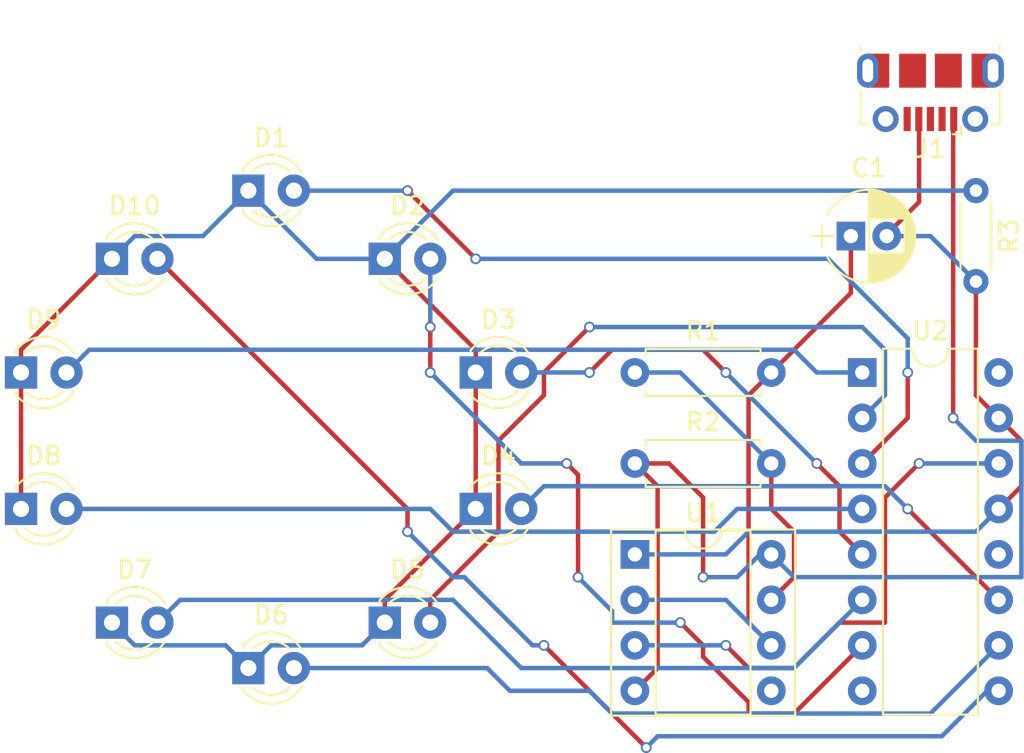
<source format=kicad_pcb>
(kicad_pcb (version 4) (host pcbnew 4.0.7-e2-6376~58~ubuntu16.04.1)

  (general
    (links 34)
    (no_connects 0)
    (area 131.974999 83.205 189.625 125.895002)
    (thickness 1.6)
    (drawings 0)
    (tracks 170)
    (zones 0)
    (modules 17)
    (nets 24)
  )

  (page A4)
  (layers
    (0 F.Cu signal)
    (31 B.Cu signal)
    (32 B.Adhes user)
    (33 F.Adhes user)
    (34 B.Paste user)
    (35 F.Paste user)
    (36 B.SilkS user)
    (37 F.SilkS user)
    (38 B.Mask user)
    (39 F.Mask user)
    (40 Dwgs.User user)
    (41 Cmts.User user)
    (42 Eco1.User user)
    (43 Eco2.User user)
    (44 Edge.Cuts user)
    (45 Margin user)
    (46 B.CrtYd user)
    (47 F.CrtYd user)
    (48 B.Fab user)
    (49 F.Fab user)
  )

  (setup
    (last_trace_width 0.25)
    (trace_clearance 0.2)
    (zone_clearance 0.508)
    (zone_45_only no)
    (trace_min 0.2)
    (segment_width 0.2)
    (edge_width 0.15)
    (via_size 0.6)
    (via_drill 0.4)
    (via_min_size 0.4)
    (via_min_drill 0.3)
    (uvia_size 0.3)
    (uvia_drill 0.1)
    (uvias_allowed no)
    (uvia_min_size 0.2)
    (uvia_min_drill 0.1)
    (pcb_text_width 0.3)
    (pcb_text_size 1.5 1.5)
    (mod_edge_width 0.15)
    (mod_text_size 1 1)
    (mod_text_width 0.15)
    (pad_size 1.524 1.524)
    (pad_drill 0.762)
    (pad_to_mask_clearance 0.2)
    (aux_axis_origin 0 0)
    (visible_elements FFFFFF7F)
    (pcbplotparams
      (layerselection 0x00030_80000001)
      (usegerberextensions false)
      (excludeedgelayer true)
      (linewidth 0.100000)
      (plotframeref false)
      (viasonmask false)
      (mode 1)
      (useauxorigin false)
      (hpglpennumber 1)
      (hpglpenspeed 20)
      (hpglpendiameter 15)
      (hpglpenoverlay 2)
      (psnegative false)
      (psa4output false)
      (plotreference true)
      (plotvalue true)
      (plotinvisibletext false)
      (padsonsilk false)
      (subtractmaskfromsilk false)
      (outputformat 1)
      (mirror false)
      (drillshape 1)
      (scaleselection 1)
      (outputdirectory ""))
  )

  (net 0 "")
  (net 1 "Net-(C1-Pad1)")
  (net 2 "Net-(D1-Pad1)")
  (net 3 "Net-(D1-Pad2)")
  (net 4 "Net-(D2-Pad2)")
  (net 5 "Net-(D3-Pad2)")
  (net 6 "Net-(D4-Pad2)")
  (net 7 "Net-(D5-Pad2)")
  (net 8 "Net-(D6-Pad2)")
  (net 9 "Net-(D7-Pad2)")
  (net 10 "Net-(D8-Pad2)")
  (net 11 "Net-(D9-Pad2)")
  (net 12 "Net-(D10-Pad2)")
  (net 13 "Net-(R1-Pad1)")
  (net 14 "Net-(U1-Pad5)")
  (net 15 "Net-(U1-Pad3)")
  (net 16 "Net-(U2-Pad12)")
  (net 17 VSS)
  (net 18 VDD)
  (net 19 "Net-(C1-Pad2)")
  (net 20 "Net-(J1-Pad2)")
  (net 21 "Net-(J1-Pad1)")
  (net 22 "Net-(J1-Pad5)")
  (net 23 "Net-(J1-Pad3)")

  (net_class Default "This is the default net class."
    (clearance 0.2)
    (trace_width 0.25)
    (via_dia 0.6)
    (via_drill 0.4)
    (uvia_dia 0.3)
    (uvia_drill 0.1)
    (add_net "Net-(C1-Pad1)")
    (add_net "Net-(C1-Pad2)")
    (add_net "Net-(D1-Pad1)")
    (add_net "Net-(D1-Pad2)")
    (add_net "Net-(D10-Pad2)")
    (add_net "Net-(D2-Pad2)")
    (add_net "Net-(D3-Pad2)")
    (add_net "Net-(D4-Pad2)")
    (add_net "Net-(D5-Pad2)")
    (add_net "Net-(D6-Pad2)")
    (add_net "Net-(D7-Pad2)")
    (add_net "Net-(D8-Pad2)")
    (add_net "Net-(D9-Pad2)")
    (add_net "Net-(J1-Pad1)")
    (add_net "Net-(J1-Pad2)")
    (add_net "Net-(J1-Pad3)")
    (add_net "Net-(J1-Pad5)")
    (add_net "Net-(R1-Pad1)")
    (add_net "Net-(U1-Pad3)")
    (add_net "Net-(U1-Pad5)")
    (add_net "Net-(U2-Pad12)")
    (add_net VDD)
    (add_net VSS)
  )

  (module Capacitors_THT:CP_Radial_D5.0mm_P2.00mm (layer F.Cu) (tedit 597BC7C2) (tstamp 5A65EE90)
    (at 179.705 96.52)
    (descr "CP, Radial series, Radial, pin pitch=2.00mm, , diameter=5mm, Electrolytic Capacitor")
    (tags "CP Radial series Radial pin pitch 2.00mm  diameter 5mm Electrolytic Capacitor")
    (path /5A65E56A)
    (fp_text reference C1 (at 1 -3.81) (layer F.SilkS)
      (effects (font (size 1 1) (thickness 0.15)))
    )
    (fp_text value 1uF (at 1 3.81) (layer F.Fab)
      (effects (font (size 1 1) (thickness 0.15)))
    )
    (fp_arc (start 1 0) (end -1.30558 -1.18) (angle 125.8) (layer F.SilkS) (width 0.12))
    (fp_arc (start 1 0) (end -1.30558 1.18) (angle -125.8) (layer F.SilkS) (width 0.12))
    (fp_arc (start 1 0) (end 3.30558 -1.18) (angle 54.2) (layer F.SilkS) (width 0.12))
    (fp_circle (center 1 0) (end 3.5 0) (layer F.Fab) (width 0.1))
    (fp_line (start -2.2 0) (end -1 0) (layer F.Fab) (width 0.1))
    (fp_line (start -1.6 -0.65) (end -1.6 0.65) (layer F.Fab) (width 0.1))
    (fp_line (start 1 -2.55) (end 1 2.55) (layer F.SilkS) (width 0.12))
    (fp_line (start 1.04 -2.55) (end 1.04 -0.98) (layer F.SilkS) (width 0.12))
    (fp_line (start 1.04 0.98) (end 1.04 2.55) (layer F.SilkS) (width 0.12))
    (fp_line (start 1.08 -2.549) (end 1.08 -0.98) (layer F.SilkS) (width 0.12))
    (fp_line (start 1.08 0.98) (end 1.08 2.549) (layer F.SilkS) (width 0.12))
    (fp_line (start 1.12 -2.548) (end 1.12 -0.98) (layer F.SilkS) (width 0.12))
    (fp_line (start 1.12 0.98) (end 1.12 2.548) (layer F.SilkS) (width 0.12))
    (fp_line (start 1.16 -2.546) (end 1.16 -0.98) (layer F.SilkS) (width 0.12))
    (fp_line (start 1.16 0.98) (end 1.16 2.546) (layer F.SilkS) (width 0.12))
    (fp_line (start 1.2 -2.543) (end 1.2 -0.98) (layer F.SilkS) (width 0.12))
    (fp_line (start 1.2 0.98) (end 1.2 2.543) (layer F.SilkS) (width 0.12))
    (fp_line (start 1.24 -2.539) (end 1.24 -0.98) (layer F.SilkS) (width 0.12))
    (fp_line (start 1.24 0.98) (end 1.24 2.539) (layer F.SilkS) (width 0.12))
    (fp_line (start 1.28 -2.535) (end 1.28 -0.98) (layer F.SilkS) (width 0.12))
    (fp_line (start 1.28 0.98) (end 1.28 2.535) (layer F.SilkS) (width 0.12))
    (fp_line (start 1.32 -2.531) (end 1.32 -0.98) (layer F.SilkS) (width 0.12))
    (fp_line (start 1.32 0.98) (end 1.32 2.531) (layer F.SilkS) (width 0.12))
    (fp_line (start 1.36 -2.525) (end 1.36 -0.98) (layer F.SilkS) (width 0.12))
    (fp_line (start 1.36 0.98) (end 1.36 2.525) (layer F.SilkS) (width 0.12))
    (fp_line (start 1.4 -2.519) (end 1.4 -0.98) (layer F.SilkS) (width 0.12))
    (fp_line (start 1.4 0.98) (end 1.4 2.519) (layer F.SilkS) (width 0.12))
    (fp_line (start 1.44 -2.513) (end 1.44 -0.98) (layer F.SilkS) (width 0.12))
    (fp_line (start 1.44 0.98) (end 1.44 2.513) (layer F.SilkS) (width 0.12))
    (fp_line (start 1.48 -2.506) (end 1.48 -0.98) (layer F.SilkS) (width 0.12))
    (fp_line (start 1.48 0.98) (end 1.48 2.506) (layer F.SilkS) (width 0.12))
    (fp_line (start 1.52 -2.498) (end 1.52 -0.98) (layer F.SilkS) (width 0.12))
    (fp_line (start 1.52 0.98) (end 1.52 2.498) (layer F.SilkS) (width 0.12))
    (fp_line (start 1.56 -2.489) (end 1.56 -0.98) (layer F.SilkS) (width 0.12))
    (fp_line (start 1.56 0.98) (end 1.56 2.489) (layer F.SilkS) (width 0.12))
    (fp_line (start 1.6 -2.48) (end 1.6 -0.98) (layer F.SilkS) (width 0.12))
    (fp_line (start 1.6 0.98) (end 1.6 2.48) (layer F.SilkS) (width 0.12))
    (fp_line (start 1.64 -2.47) (end 1.64 -0.98) (layer F.SilkS) (width 0.12))
    (fp_line (start 1.64 0.98) (end 1.64 2.47) (layer F.SilkS) (width 0.12))
    (fp_line (start 1.68 -2.46) (end 1.68 -0.98) (layer F.SilkS) (width 0.12))
    (fp_line (start 1.68 0.98) (end 1.68 2.46) (layer F.SilkS) (width 0.12))
    (fp_line (start 1.721 -2.448) (end 1.721 -0.98) (layer F.SilkS) (width 0.12))
    (fp_line (start 1.721 0.98) (end 1.721 2.448) (layer F.SilkS) (width 0.12))
    (fp_line (start 1.761 -2.436) (end 1.761 -0.98) (layer F.SilkS) (width 0.12))
    (fp_line (start 1.761 0.98) (end 1.761 2.436) (layer F.SilkS) (width 0.12))
    (fp_line (start 1.801 -2.424) (end 1.801 -0.98) (layer F.SilkS) (width 0.12))
    (fp_line (start 1.801 0.98) (end 1.801 2.424) (layer F.SilkS) (width 0.12))
    (fp_line (start 1.841 -2.41) (end 1.841 -0.98) (layer F.SilkS) (width 0.12))
    (fp_line (start 1.841 0.98) (end 1.841 2.41) (layer F.SilkS) (width 0.12))
    (fp_line (start 1.881 -2.396) (end 1.881 -0.98) (layer F.SilkS) (width 0.12))
    (fp_line (start 1.881 0.98) (end 1.881 2.396) (layer F.SilkS) (width 0.12))
    (fp_line (start 1.921 -2.382) (end 1.921 -0.98) (layer F.SilkS) (width 0.12))
    (fp_line (start 1.921 0.98) (end 1.921 2.382) (layer F.SilkS) (width 0.12))
    (fp_line (start 1.961 -2.366) (end 1.961 -0.98) (layer F.SilkS) (width 0.12))
    (fp_line (start 1.961 0.98) (end 1.961 2.366) (layer F.SilkS) (width 0.12))
    (fp_line (start 2.001 -2.35) (end 2.001 -0.98) (layer F.SilkS) (width 0.12))
    (fp_line (start 2.001 0.98) (end 2.001 2.35) (layer F.SilkS) (width 0.12))
    (fp_line (start 2.041 -2.333) (end 2.041 -0.98) (layer F.SilkS) (width 0.12))
    (fp_line (start 2.041 0.98) (end 2.041 2.333) (layer F.SilkS) (width 0.12))
    (fp_line (start 2.081 -2.315) (end 2.081 -0.98) (layer F.SilkS) (width 0.12))
    (fp_line (start 2.081 0.98) (end 2.081 2.315) (layer F.SilkS) (width 0.12))
    (fp_line (start 2.121 -2.296) (end 2.121 -0.98) (layer F.SilkS) (width 0.12))
    (fp_line (start 2.121 0.98) (end 2.121 2.296) (layer F.SilkS) (width 0.12))
    (fp_line (start 2.161 -2.276) (end 2.161 -0.98) (layer F.SilkS) (width 0.12))
    (fp_line (start 2.161 0.98) (end 2.161 2.276) (layer F.SilkS) (width 0.12))
    (fp_line (start 2.201 -2.256) (end 2.201 -0.98) (layer F.SilkS) (width 0.12))
    (fp_line (start 2.201 0.98) (end 2.201 2.256) (layer F.SilkS) (width 0.12))
    (fp_line (start 2.241 -2.234) (end 2.241 -0.98) (layer F.SilkS) (width 0.12))
    (fp_line (start 2.241 0.98) (end 2.241 2.234) (layer F.SilkS) (width 0.12))
    (fp_line (start 2.281 -2.212) (end 2.281 -0.98) (layer F.SilkS) (width 0.12))
    (fp_line (start 2.281 0.98) (end 2.281 2.212) (layer F.SilkS) (width 0.12))
    (fp_line (start 2.321 -2.189) (end 2.321 -0.98) (layer F.SilkS) (width 0.12))
    (fp_line (start 2.321 0.98) (end 2.321 2.189) (layer F.SilkS) (width 0.12))
    (fp_line (start 2.361 -2.165) (end 2.361 -0.98) (layer F.SilkS) (width 0.12))
    (fp_line (start 2.361 0.98) (end 2.361 2.165) (layer F.SilkS) (width 0.12))
    (fp_line (start 2.401 -2.14) (end 2.401 -0.98) (layer F.SilkS) (width 0.12))
    (fp_line (start 2.401 0.98) (end 2.401 2.14) (layer F.SilkS) (width 0.12))
    (fp_line (start 2.441 -2.113) (end 2.441 -0.98) (layer F.SilkS) (width 0.12))
    (fp_line (start 2.441 0.98) (end 2.441 2.113) (layer F.SilkS) (width 0.12))
    (fp_line (start 2.481 -2.086) (end 2.481 -0.98) (layer F.SilkS) (width 0.12))
    (fp_line (start 2.481 0.98) (end 2.481 2.086) (layer F.SilkS) (width 0.12))
    (fp_line (start 2.521 -2.058) (end 2.521 -0.98) (layer F.SilkS) (width 0.12))
    (fp_line (start 2.521 0.98) (end 2.521 2.058) (layer F.SilkS) (width 0.12))
    (fp_line (start 2.561 -2.028) (end 2.561 -0.98) (layer F.SilkS) (width 0.12))
    (fp_line (start 2.561 0.98) (end 2.561 2.028) (layer F.SilkS) (width 0.12))
    (fp_line (start 2.601 -1.997) (end 2.601 -0.98) (layer F.SilkS) (width 0.12))
    (fp_line (start 2.601 0.98) (end 2.601 1.997) (layer F.SilkS) (width 0.12))
    (fp_line (start 2.641 -1.965) (end 2.641 -0.98) (layer F.SilkS) (width 0.12))
    (fp_line (start 2.641 0.98) (end 2.641 1.965) (layer F.SilkS) (width 0.12))
    (fp_line (start 2.681 -1.932) (end 2.681 -0.98) (layer F.SilkS) (width 0.12))
    (fp_line (start 2.681 0.98) (end 2.681 1.932) (layer F.SilkS) (width 0.12))
    (fp_line (start 2.721 -1.897) (end 2.721 -0.98) (layer F.SilkS) (width 0.12))
    (fp_line (start 2.721 0.98) (end 2.721 1.897) (layer F.SilkS) (width 0.12))
    (fp_line (start 2.761 -1.861) (end 2.761 -0.98) (layer F.SilkS) (width 0.12))
    (fp_line (start 2.761 0.98) (end 2.761 1.861) (layer F.SilkS) (width 0.12))
    (fp_line (start 2.801 -1.823) (end 2.801 -0.98) (layer F.SilkS) (width 0.12))
    (fp_line (start 2.801 0.98) (end 2.801 1.823) (layer F.SilkS) (width 0.12))
    (fp_line (start 2.841 -1.783) (end 2.841 -0.98) (layer F.SilkS) (width 0.12))
    (fp_line (start 2.841 0.98) (end 2.841 1.783) (layer F.SilkS) (width 0.12))
    (fp_line (start 2.881 -1.742) (end 2.881 -0.98) (layer F.SilkS) (width 0.12))
    (fp_line (start 2.881 0.98) (end 2.881 1.742) (layer F.SilkS) (width 0.12))
    (fp_line (start 2.921 -1.699) (end 2.921 -0.98) (layer F.SilkS) (width 0.12))
    (fp_line (start 2.921 0.98) (end 2.921 1.699) (layer F.SilkS) (width 0.12))
    (fp_line (start 2.961 -1.654) (end 2.961 -0.98) (layer F.SilkS) (width 0.12))
    (fp_line (start 2.961 0.98) (end 2.961 1.654) (layer F.SilkS) (width 0.12))
    (fp_line (start 3.001 -1.606) (end 3.001 1.606) (layer F.SilkS) (width 0.12))
    (fp_line (start 3.041 -1.556) (end 3.041 1.556) (layer F.SilkS) (width 0.12))
    (fp_line (start 3.081 -1.504) (end 3.081 1.504) (layer F.SilkS) (width 0.12))
    (fp_line (start 3.121 -1.448) (end 3.121 1.448) (layer F.SilkS) (width 0.12))
    (fp_line (start 3.161 -1.39) (end 3.161 1.39) (layer F.SilkS) (width 0.12))
    (fp_line (start 3.201 -1.327) (end 3.201 1.327) (layer F.SilkS) (width 0.12))
    (fp_line (start 3.241 -1.261) (end 3.241 1.261) (layer F.SilkS) (width 0.12))
    (fp_line (start 3.281 -1.189) (end 3.281 1.189) (layer F.SilkS) (width 0.12))
    (fp_line (start 3.321 -1.112) (end 3.321 1.112) (layer F.SilkS) (width 0.12))
    (fp_line (start 3.361 -1.028) (end 3.361 1.028) (layer F.SilkS) (width 0.12))
    (fp_line (start 3.401 -0.934) (end 3.401 0.934) (layer F.SilkS) (width 0.12))
    (fp_line (start 3.441 -0.829) (end 3.441 0.829) (layer F.SilkS) (width 0.12))
    (fp_line (start 3.481 -0.707) (end 3.481 0.707) (layer F.SilkS) (width 0.12))
    (fp_line (start 3.521 -0.559) (end 3.521 0.559) (layer F.SilkS) (width 0.12))
    (fp_line (start 3.561 -0.354) (end 3.561 0.354) (layer F.SilkS) (width 0.12))
    (fp_line (start -2.2 0) (end -1 0) (layer F.SilkS) (width 0.12))
    (fp_line (start -1.6 -0.65) (end -1.6 0.65) (layer F.SilkS) (width 0.12))
    (fp_line (start -1.85 -2.85) (end -1.85 2.85) (layer F.CrtYd) (width 0.05))
    (fp_line (start -1.85 2.85) (end 3.85 2.85) (layer F.CrtYd) (width 0.05))
    (fp_line (start 3.85 2.85) (end 3.85 -2.85) (layer F.CrtYd) (width 0.05))
    (fp_line (start 3.85 -2.85) (end -1.85 -2.85) (layer F.CrtYd) (width 0.05))
    (fp_text user %R (at 1 0) (layer F.Fab)
      (effects (font (size 1 1) (thickness 0.15)))
    )
    (pad 1 thru_hole rect (at 0 0) (size 1.6 1.6) (drill 0.8) (layers *.Cu *.Mask)
      (net 1 "Net-(C1-Pad1)"))
    (pad 2 thru_hole circle (at 2 0) (size 1.6 1.6) (drill 0.8) (layers *.Cu *.Mask)
      (net 19 "Net-(C1-Pad2)"))
    (model ${KISYS3DMOD}/Capacitors_THT.3dshapes/CP_Radial_D5.0mm_P2.00mm.wrl
      (at (xyz 0 0 0))
      (scale (xyz 1 1 1))
      (rotate (xyz 0 0 0))
    )
  )

  (module LEDs:LED_D3.0mm (layer F.Cu) (tedit 587A3A7B) (tstamp 5A65EE96)
    (at 146.05 93.98)
    (descr "LED, diameter 3.0mm, 2 pins")
    (tags "LED diameter 3.0mm 2 pins")
    (path /5A65E6A9)
    (fp_text reference D1 (at 1.27 -2.96) (layer F.SilkS)
      (effects (font (size 1 1) (thickness 0.15)))
    )
    (fp_text value LED (at 1.27 2.96) (layer F.Fab)
      (effects (font (size 1 1) (thickness 0.15)))
    )
    (fp_arc (start 1.27 0) (end -0.23 -1.16619) (angle 284.3) (layer F.Fab) (width 0.1))
    (fp_arc (start 1.27 0) (end -0.29 -1.235516) (angle 108.8) (layer F.SilkS) (width 0.12))
    (fp_arc (start 1.27 0) (end -0.29 1.235516) (angle -108.8) (layer F.SilkS) (width 0.12))
    (fp_arc (start 1.27 0) (end 0.229039 -1.08) (angle 87.9) (layer F.SilkS) (width 0.12))
    (fp_arc (start 1.27 0) (end 0.229039 1.08) (angle -87.9) (layer F.SilkS) (width 0.12))
    (fp_circle (center 1.27 0) (end 2.77 0) (layer F.Fab) (width 0.1))
    (fp_line (start -0.23 -1.16619) (end -0.23 1.16619) (layer F.Fab) (width 0.1))
    (fp_line (start -0.29 -1.236) (end -0.29 -1.08) (layer F.SilkS) (width 0.12))
    (fp_line (start -0.29 1.08) (end -0.29 1.236) (layer F.SilkS) (width 0.12))
    (fp_line (start -1.15 -2.25) (end -1.15 2.25) (layer F.CrtYd) (width 0.05))
    (fp_line (start -1.15 2.25) (end 3.7 2.25) (layer F.CrtYd) (width 0.05))
    (fp_line (start 3.7 2.25) (end 3.7 -2.25) (layer F.CrtYd) (width 0.05))
    (fp_line (start 3.7 -2.25) (end -1.15 -2.25) (layer F.CrtYd) (width 0.05))
    (pad 1 thru_hole rect (at 0 0) (size 1.8 1.8) (drill 0.9) (layers *.Cu *.Mask)
      (net 2 "Net-(D1-Pad1)"))
    (pad 2 thru_hole circle (at 2.54 0) (size 1.8 1.8) (drill 0.9) (layers *.Cu *.Mask)
      (net 3 "Net-(D1-Pad2)"))
    (model ${KISYS3DMOD}/LEDs.3dshapes/LED_D3.0mm.wrl
      (at (xyz 0 0 0))
      (scale (xyz 0.393701 0.393701 0.393701))
      (rotate (xyz 0 0 0))
    )
  )

  (module LEDs:LED_D3.0mm (layer F.Cu) (tedit 587A3A7B) (tstamp 5A65EE9C)
    (at 153.67 97.79)
    (descr "LED, diameter 3.0mm, 2 pins")
    (tags "LED diameter 3.0mm 2 pins")
    (path /5A65E8C6)
    (fp_text reference D2 (at 1.27 -2.96) (layer F.SilkS)
      (effects (font (size 1 1) (thickness 0.15)))
    )
    (fp_text value LED (at 1.27 2.96) (layer F.Fab)
      (effects (font (size 1 1) (thickness 0.15)))
    )
    (fp_arc (start 1.27 0) (end -0.23 -1.16619) (angle 284.3) (layer F.Fab) (width 0.1))
    (fp_arc (start 1.27 0) (end -0.29 -1.235516) (angle 108.8) (layer F.SilkS) (width 0.12))
    (fp_arc (start 1.27 0) (end -0.29 1.235516) (angle -108.8) (layer F.SilkS) (width 0.12))
    (fp_arc (start 1.27 0) (end 0.229039 -1.08) (angle 87.9) (layer F.SilkS) (width 0.12))
    (fp_arc (start 1.27 0) (end 0.229039 1.08) (angle -87.9) (layer F.SilkS) (width 0.12))
    (fp_circle (center 1.27 0) (end 2.77 0) (layer F.Fab) (width 0.1))
    (fp_line (start -0.23 -1.16619) (end -0.23 1.16619) (layer F.Fab) (width 0.1))
    (fp_line (start -0.29 -1.236) (end -0.29 -1.08) (layer F.SilkS) (width 0.12))
    (fp_line (start -0.29 1.08) (end -0.29 1.236) (layer F.SilkS) (width 0.12))
    (fp_line (start -1.15 -2.25) (end -1.15 2.25) (layer F.CrtYd) (width 0.05))
    (fp_line (start -1.15 2.25) (end 3.7 2.25) (layer F.CrtYd) (width 0.05))
    (fp_line (start 3.7 2.25) (end 3.7 -2.25) (layer F.CrtYd) (width 0.05))
    (fp_line (start 3.7 -2.25) (end -1.15 -2.25) (layer F.CrtYd) (width 0.05))
    (pad 1 thru_hole rect (at 0 0) (size 1.8 1.8) (drill 0.9) (layers *.Cu *.Mask)
      (net 2 "Net-(D1-Pad1)"))
    (pad 2 thru_hole circle (at 2.54 0) (size 1.8 1.8) (drill 0.9) (layers *.Cu *.Mask)
      (net 4 "Net-(D2-Pad2)"))
    (model ${KISYS3DMOD}/LEDs.3dshapes/LED_D3.0mm.wrl
      (at (xyz 0 0 0))
      (scale (xyz 0.393701 0.393701 0.393701))
      (rotate (xyz 0 0 0))
    )
  )

  (module LEDs:LED_D3.0mm (layer F.Cu) (tedit 587A3A7B) (tstamp 5A65EEA2)
    (at 158.75 104.14)
    (descr "LED, diameter 3.0mm, 2 pins")
    (tags "LED diameter 3.0mm 2 pins")
    (path /5A65E9A5)
    (fp_text reference D3 (at 1.27 -2.96) (layer F.SilkS)
      (effects (font (size 1 1) (thickness 0.15)))
    )
    (fp_text value LED (at 1.27 2.96) (layer F.Fab)
      (effects (font (size 1 1) (thickness 0.15)))
    )
    (fp_arc (start 1.27 0) (end -0.23 -1.16619) (angle 284.3) (layer F.Fab) (width 0.1))
    (fp_arc (start 1.27 0) (end -0.29 -1.235516) (angle 108.8) (layer F.SilkS) (width 0.12))
    (fp_arc (start 1.27 0) (end -0.29 1.235516) (angle -108.8) (layer F.SilkS) (width 0.12))
    (fp_arc (start 1.27 0) (end 0.229039 -1.08) (angle 87.9) (layer F.SilkS) (width 0.12))
    (fp_arc (start 1.27 0) (end 0.229039 1.08) (angle -87.9) (layer F.SilkS) (width 0.12))
    (fp_circle (center 1.27 0) (end 2.77 0) (layer F.Fab) (width 0.1))
    (fp_line (start -0.23 -1.16619) (end -0.23 1.16619) (layer F.Fab) (width 0.1))
    (fp_line (start -0.29 -1.236) (end -0.29 -1.08) (layer F.SilkS) (width 0.12))
    (fp_line (start -0.29 1.08) (end -0.29 1.236) (layer F.SilkS) (width 0.12))
    (fp_line (start -1.15 -2.25) (end -1.15 2.25) (layer F.CrtYd) (width 0.05))
    (fp_line (start -1.15 2.25) (end 3.7 2.25) (layer F.CrtYd) (width 0.05))
    (fp_line (start 3.7 2.25) (end 3.7 -2.25) (layer F.CrtYd) (width 0.05))
    (fp_line (start 3.7 -2.25) (end -1.15 -2.25) (layer F.CrtYd) (width 0.05))
    (pad 1 thru_hole rect (at 0 0) (size 1.8 1.8) (drill 0.9) (layers *.Cu *.Mask)
      (net 2 "Net-(D1-Pad1)"))
    (pad 2 thru_hole circle (at 2.54 0) (size 1.8 1.8) (drill 0.9) (layers *.Cu *.Mask)
      (net 5 "Net-(D3-Pad2)"))
    (model ${KISYS3DMOD}/LEDs.3dshapes/LED_D3.0mm.wrl
      (at (xyz 0 0 0))
      (scale (xyz 0.393701 0.393701 0.393701))
      (rotate (xyz 0 0 0))
    )
  )

  (module LEDs:LED_D3.0mm (layer F.Cu) (tedit 587A3A7B) (tstamp 5A65EEA8)
    (at 158.75 111.76)
    (descr "LED, diameter 3.0mm, 2 pins")
    (tags "LED diameter 3.0mm 2 pins")
    (path /5A65EA8D)
    (fp_text reference D4 (at 1.27 -2.96) (layer F.SilkS)
      (effects (font (size 1 1) (thickness 0.15)))
    )
    (fp_text value LED (at 1.27 2.96) (layer F.Fab)
      (effects (font (size 1 1) (thickness 0.15)))
    )
    (fp_arc (start 1.27 0) (end -0.23 -1.16619) (angle 284.3) (layer F.Fab) (width 0.1))
    (fp_arc (start 1.27 0) (end -0.29 -1.235516) (angle 108.8) (layer F.SilkS) (width 0.12))
    (fp_arc (start 1.27 0) (end -0.29 1.235516) (angle -108.8) (layer F.SilkS) (width 0.12))
    (fp_arc (start 1.27 0) (end 0.229039 -1.08) (angle 87.9) (layer F.SilkS) (width 0.12))
    (fp_arc (start 1.27 0) (end 0.229039 1.08) (angle -87.9) (layer F.SilkS) (width 0.12))
    (fp_circle (center 1.27 0) (end 2.77 0) (layer F.Fab) (width 0.1))
    (fp_line (start -0.23 -1.16619) (end -0.23 1.16619) (layer F.Fab) (width 0.1))
    (fp_line (start -0.29 -1.236) (end -0.29 -1.08) (layer F.SilkS) (width 0.12))
    (fp_line (start -0.29 1.08) (end -0.29 1.236) (layer F.SilkS) (width 0.12))
    (fp_line (start -1.15 -2.25) (end -1.15 2.25) (layer F.CrtYd) (width 0.05))
    (fp_line (start -1.15 2.25) (end 3.7 2.25) (layer F.CrtYd) (width 0.05))
    (fp_line (start 3.7 2.25) (end 3.7 -2.25) (layer F.CrtYd) (width 0.05))
    (fp_line (start 3.7 -2.25) (end -1.15 -2.25) (layer F.CrtYd) (width 0.05))
    (pad 1 thru_hole rect (at 0 0) (size 1.8 1.8) (drill 0.9) (layers *.Cu *.Mask)
      (net 2 "Net-(D1-Pad1)"))
    (pad 2 thru_hole circle (at 2.54 0) (size 1.8 1.8) (drill 0.9) (layers *.Cu *.Mask)
      (net 6 "Net-(D4-Pad2)"))
    (model ${KISYS3DMOD}/LEDs.3dshapes/LED_D3.0mm.wrl
      (at (xyz 0 0 0))
      (scale (xyz 0.393701 0.393701 0.393701))
      (rotate (xyz 0 0 0))
    )
  )

  (module LEDs:LED_D3.0mm (layer F.Cu) (tedit 587A3A7B) (tstamp 5A65EEAE)
    (at 153.67 118.11)
    (descr "LED, diameter 3.0mm, 2 pins")
    (tags "LED diameter 3.0mm 2 pins")
    (path /5A65E7B7)
    (fp_text reference D5 (at 1.27 -2.96) (layer F.SilkS)
      (effects (font (size 1 1) (thickness 0.15)))
    )
    (fp_text value LED (at 1.27 2.96) (layer F.Fab)
      (effects (font (size 1 1) (thickness 0.15)))
    )
    (fp_arc (start 1.27 0) (end -0.23 -1.16619) (angle 284.3) (layer F.Fab) (width 0.1))
    (fp_arc (start 1.27 0) (end -0.29 -1.235516) (angle 108.8) (layer F.SilkS) (width 0.12))
    (fp_arc (start 1.27 0) (end -0.29 1.235516) (angle -108.8) (layer F.SilkS) (width 0.12))
    (fp_arc (start 1.27 0) (end 0.229039 -1.08) (angle 87.9) (layer F.SilkS) (width 0.12))
    (fp_arc (start 1.27 0) (end 0.229039 1.08) (angle -87.9) (layer F.SilkS) (width 0.12))
    (fp_circle (center 1.27 0) (end 2.77 0) (layer F.Fab) (width 0.1))
    (fp_line (start -0.23 -1.16619) (end -0.23 1.16619) (layer F.Fab) (width 0.1))
    (fp_line (start -0.29 -1.236) (end -0.29 -1.08) (layer F.SilkS) (width 0.12))
    (fp_line (start -0.29 1.08) (end -0.29 1.236) (layer F.SilkS) (width 0.12))
    (fp_line (start -1.15 -2.25) (end -1.15 2.25) (layer F.CrtYd) (width 0.05))
    (fp_line (start -1.15 2.25) (end 3.7 2.25) (layer F.CrtYd) (width 0.05))
    (fp_line (start 3.7 2.25) (end 3.7 -2.25) (layer F.CrtYd) (width 0.05))
    (fp_line (start 3.7 -2.25) (end -1.15 -2.25) (layer F.CrtYd) (width 0.05))
    (pad 1 thru_hole rect (at 0 0) (size 1.8 1.8) (drill 0.9) (layers *.Cu *.Mask)
      (net 2 "Net-(D1-Pad1)"))
    (pad 2 thru_hole circle (at 2.54 0) (size 1.8 1.8) (drill 0.9) (layers *.Cu *.Mask)
      (net 7 "Net-(D5-Pad2)"))
    (model ${KISYS3DMOD}/LEDs.3dshapes/LED_D3.0mm.wrl
      (at (xyz 0 0 0))
      (scale (xyz 0.393701 0.393701 0.393701))
      (rotate (xyz 0 0 0))
    )
  )

  (module LEDs:LED_D3.0mm (layer F.Cu) (tedit 587A3A7B) (tstamp 5A65EEB4)
    (at 146.05 120.65)
    (descr "LED, diameter 3.0mm, 2 pins")
    (tags "LED diameter 3.0mm 2 pins")
    (path /5A65E914)
    (fp_text reference D6 (at 1.27 -2.96) (layer F.SilkS)
      (effects (font (size 1 1) (thickness 0.15)))
    )
    (fp_text value LED (at 1.27 2.96) (layer F.Fab)
      (effects (font (size 1 1) (thickness 0.15)))
    )
    (fp_arc (start 1.27 0) (end -0.23 -1.16619) (angle 284.3) (layer F.Fab) (width 0.1))
    (fp_arc (start 1.27 0) (end -0.29 -1.235516) (angle 108.8) (layer F.SilkS) (width 0.12))
    (fp_arc (start 1.27 0) (end -0.29 1.235516) (angle -108.8) (layer F.SilkS) (width 0.12))
    (fp_arc (start 1.27 0) (end 0.229039 -1.08) (angle 87.9) (layer F.SilkS) (width 0.12))
    (fp_arc (start 1.27 0) (end 0.229039 1.08) (angle -87.9) (layer F.SilkS) (width 0.12))
    (fp_circle (center 1.27 0) (end 2.77 0) (layer F.Fab) (width 0.1))
    (fp_line (start -0.23 -1.16619) (end -0.23 1.16619) (layer F.Fab) (width 0.1))
    (fp_line (start -0.29 -1.236) (end -0.29 -1.08) (layer F.SilkS) (width 0.12))
    (fp_line (start -0.29 1.08) (end -0.29 1.236) (layer F.SilkS) (width 0.12))
    (fp_line (start -1.15 -2.25) (end -1.15 2.25) (layer F.CrtYd) (width 0.05))
    (fp_line (start -1.15 2.25) (end 3.7 2.25) (layer F.CrtYd) (width 0.05))
    (fp_line (start 3.7 2.25) (end 3.7 -2.25) (layer F.CrtYd) (width 0.05))
    (fp_line (start 3.7 -2.25) (end -1.15 -2.25) (layer F.CrtYd) (width 0.05))
    (pad 1 thru_hole rect (at 0 0) (size 1.8 1.8) (drill 0.9) (layers *.Cu *.Mask)
      (net 2 "Net-(D1-Pad1)"))
    (pad 2 thru_hole circle (at 2.54 0) (size 1.8 1.8) (drill 0.9) (layers *.Cu *.Mask)
      (net 8 "Net-(D6-Pad2)"))
    (model ${KISYS3DMOD}/LEDs.3dshapes/LED_D3.0mm.wrl
      (at (xyz 0 0 0))
      (scale (xyz 0.393701 0.393701 0.393701))
      (rotate (xyz 0 0 0))
    )
  )

  (module LEDs:LED_D3.0mm (layer F.Cu) (tedit 587A3A7B) (tstamp 5A65EEBA)
    (at 138.43 118.11)
    (descr "LED, diameter 3.0mm, 2 pins")
    (tags "LED diameter 3.0mm 2 pins")
    (path /5A65E9F4)
    (fp_text reference D7 (at 1.27 -2.96) (layer F.SilkS)
      (effects (font (size 1 1) (thickness 0.15)))
    )
    (fp_text value LED (at 1.27 2.96) (layer F.Fab)
      (effects (font (size 1 1) (thickness 0.15)))
    )
    (fp_arc (start 1.27 0) (end -0.23 -1.16619) (angle 284.3) (layer F.Fab) (width 0.1))
    (fp_arc (start 1.27 0) (end -0.29 -1.235516) (angle 108.8) (layer F.SilkS) (width 0.12))
    (fp_arc (start 1.27 0) (end -0.29 1.235516) (angle -108.8) (layer F.SilkS) (width 0.12))
    (fp_arc (start 1.27 0) (end 0.229039 -1.08) (angle 87.9) (layer F.SilkS) (width 0.12))
    (fp_arc (start 1.27 0) (end 0.229039 1.08) (angle -87.9) (layer F.SilkS) (width 0.12))
    (fp_circle (center 1.27 0) (end 2.77 0) (layer F.Fab) (width 0.1))
    (fp_line (start -0.23 -1.16619) (end -0.23 1.16619) (layer F.Fab) (width 0.1))
    (fp_line (start -0.29 -1.236) (end -0.29 -1.08) (layer F.SilkS) (width 0.12))
    (fp_line (start -0.29 1.08) (end -0.29 1.236) (layer F.SilkS) (width 0.12))
    (fp_line (start -1.15 -2.25) (end -1.15 2.25) (layer F.CrtYd) (width 0.05))
    (fp_line (start -1.15 2.25) (end 3.7 2.25) (layer F.CrtYd) (width 0.05))
    (fp_line (start 3.7 2.25) (end 3.7 -2.25) (layer F.CrtYd) (width 0.05))
    (fp_line (start 3.7 -2.25) (end -1.15 -2.25) (layer F.CrtYd) (width 0.05))
    (pad 1 thru_hole rect (at 0 0) (size 1.8 1.8) (drill 0.9) (layers *.Cu *.Mask)
      (net 2 "Net-(D1-Pad1)"))
    (pad 2 thru_hole circle (at 2.54 0) (size 1.8 1.8) (drill 0.9) (layers *.Cu *.Mask)
      (net 9 "Net-(D7-Pad2)"))
    (model ${KISYS3DMOD}/LEDs.3dshapes/LED_D3.0mm.wrl
      (at (xyz 0 0 0))
      (scale (xyz 0.393701 0.393701 0.393701))
      (rotate (xyz 0 0 0))
    )
  )

  (module LEDs:LED_D3.0mm (layer F.Cu) (tedit 587A3A7B) (tstamp 5A65EEC0)
    (at 133.35 111.76)
    (descr "LED, diameter 3.0mm, 2 pins")
    (tags "LED diameter 3.0mm 2 pins")
    (path /5A65E881)
    (fp_text reference D8 (at 1.27 -2.96) (layer F.SilkS)
      (effects (font (size 1 1) (thickness 0.15)))
    )
    (fp_text value LED (at 1.27 2.96) (layer F.Fab)
      (effects (font (size 1 1) (thickness 0.15)))
    )
    (fp_arc (start 1.27 0) (end -0.23 -1.16619) (angle 284.3) (layer F.Fab) (width 0.1))
    (fp_arc (start 1.27 0) (end -0.29 -1.235516) (angle 108.8) (layer F.SilkS) (width 0.12))
    (fp_arc (start 1.27 0) (end -0.29 1.235516) (angle -108.8) (layer F.SilkS) (width 0.12))
    (fp_arc (start 1.27 0) (end 0.229039 -1.08) (angle 87.9) (layer F.SilkS) (width 0.12))
    (fp_arc (start 1.27 0) (end 0.229039 1.08) (angle -87.9) (layer F.SilkS) (width 0.12))
    (fp_circle (center 1.27 0) (end 2.77 0) (layer F.Fab) (width 0.1))
    (fp_line (start -0.23 -1.16619) (end -0.23 1.16619) (layer F.Fab) (width 0.1))
    (fp_line (start -0.29 -1.236) (end -0.29 -1.08) (layer F.SilkS) (width 0.12))
    (fp_line (start -0.29 1.08) (end -0.29 1.236) (layer F.SilkS) (width 0.12))
    (fp_line (start -1.15 -2.25) (end -1.15 2.25) (layer F.CrtYd) (width 0.05))
    (fp_line (start -1.15 2.25) (end 3.7 2.25) (layer F.CrtYd) (width 0.05))
    (fp_line (start 3.7 2.25) (end 3.7 -2.25) (layer F.CrtYd) (width 0.05))
    (fp_line (start 3.7 -2.25) (end -1.15 -2.25) (layer F.CrtYd) (width 0.05))
    (pad 1 thru_hole rect (at 0 0) (size 1.8 1.8) (drill 0.9) (layers *.Cu *.Mask)
      (net 2 "Net-(D1-Pad1)"))
    (pad 2 thru_hole circle (at 2.54 0) (size 1.8 1.8) (drill 0.9) (layers *.Cu *.Mask)
      (net 10 "Net-(D8-Pad2)"))
    (model ${KISYS3DMOD}/LEDs.3dshapes/LED_D3.0mm.wrl
      (at (xyz 0 0 0))
      (scale (xyz 0.393701 0.393701 0.393701))
      (rotate (xyz 0 0 0))
    )
  )

  (module LEDs:LED_D3.0mm (layer F.Cu) (tedit 587A3A7B) (tstamp 5A65EEC6)
    (at 133.35 104.14)
    (descr "LED, diameter 3.0mm, 2 pins")
    (tags "LED diameter 3.0mm 2 pins")
    (path /5A65E959)
    (fp_text reference D9 (at 1.27 -2.96) (layer F.SilkS)
      (effects (font (size 1 1) (thickness 0.15)))
    )
    (fp_text value LED (at 1.27 2.96) (layer F.Fab)
      (effects (font (size 1 1) (thickness 0.15)))
    )
    (fp_arc (start 1.27 0) (end -0.23 -1.16619) (angle 284.3) (layer F.Fab) (width 0.1))
    (fp_arc (start 1.27 0) (end -0.29 -1.235516) (angle 108.8) (layer F.SilkS) (width 0.12))
    (fp_arc (start 1.27 0) (end -0.29 1.235516) (angle -108.8) (layer F.SilkS) (width 0.12))
    (fp_arc (start 1.27 0) (end 0.229039 -1.08) (angle 87.9) (layer F.SilkS) (width 0.12))
    (fp_arc (start 1.27 0) (end 0.229039 1.08) (angle -87.9) (layer F.SilkS) (width 0.12))
    (fp_circle (center 1.27 0) (end 2.77 0) (layer F.Fab) (width 0.1))
    (fp_line (start -0.23 -1.16619) (end -0.23 1.16619) (layer F.Fab) (width 0.1))
    (fp_line (start -0.29 -1.236) (end -0.29 -1.08) (layer F.SilkS) (width 0.12))
    (fp_line (start -0.29 1.08) (end -0.29 1.236) (layer F.SilkS) (width 0.12))
    (fp_line (start -1.15 -2.25) (end -1.15 2.25) (layer F.CrtYd) (width 0.05))
    (fp_line (start -1.15 2.25) (end 3.7 2.25) (layer F.CrtYd) (width 0.05))
    (fp_line (start 3.7 2.25) (end 3.7 -2.25) (layer F.CrtYd) (width 0.05))
    (fp_line (start 3.7 -2.25) (end -1.15 -2.25) (layer F.CrtYd) (width 0.05))
    (pad 1 thru_hole rect (at 0 0) (size 1.8 1.8) (drill 0.9) (layers *.Cu *.Mask)
      (net 2 "Net-(D1-Pad1)"))
    (pad 2 thru_hole circle (at 2.54 0) (size 1.8 1.8) (drill 0.9) (layers *.Cu *.Mask)
      (net 11 "Net-(D9-Pad2)"))
    (model ${KISYS3DMOD}/LEDs.3dshapes/LED_D3.0mm.wrl
      (at (xyz 0 0 0))
      (scale (xyz 0.393701 0.393701 0.393701))
      (rotate (xyz 0 0 0))
    )
  )

  (module LEDs:LED_D3.0mm (layer F.Cu) (tedit 587A3A7B) (tstamp 5A65EECC)
    (at 138.43 97.79)
    (descr "LED, diameter 3.0mm, 2 pins")
    (tags "LED diameter 3.0mm 2 pins")
    (path /5A65EA3C)
    (fp_text reference D10 (at 1.27 -2.96) (layer F.SilkS)
      (effects (font (size 1 1) (thickness 0.15)))
    )
    (fp_text value LED (at 1.27 2.96) (layer F.Fab)
      (effects (font (size 1 1) (thickness 0.15)))
    )
    (fp_arc (start 1.27 0) (end -0.23 -1.16619) (angle 284.3) (layer F.Fab) (width 0.1))
    (fp_arc (start 1.27 0) (end -0.29 -1.235516) (angle 108.8) (layer F.SilkS) (width 0.12))
    (fp_arc (start 1.27 0) (end -0.29 1.235516) (angle -108.8) (layer F.SilkS) (width 0.12))
    (fp_arc (start 1.27 0) (end 0.229039 -1.08) (angle 87.9) (layer F.SilkS) (width 0.12))
    (fp_arc (start 1.27 0) (end 0.229039 1.08) (angle -87.9) (layer F.SilkS) (width 0.12))
    (fp_circle (center 1.27 0) (end 2.77 0) (layer F.Fab) (width 0.1))
    (fp_line (start -0.23 -1.16619) (end -0.23 1.16619) (layer F.Fab) (width 0.1))
    (fp_line (start -0.29 -1.236) (end -0.29 -1.08) (layer F.SilkS) (width 0.12))
    (fp_line (start -0.29 1.08) (end -0.29 1.236) (layer F.SilkS) (width 0.12))
    (fp_line (start -1.15 -2.25) (end -1.15 2.25) (layer F.CrtYd) (width 0.05))
    (fp_line (start -1.15 2.25) (end 3.7 2.25) (layer F.CrtYd) (width 0.05))
    (fp_line (start 3.7 2.25) (end 3.7 -2.25) (layer F.CrtYd) (width 0.05))
    (fp_line (start 3.7 -2.25) (end -1.15 -2.25) (layer F.CrtYd) (width 0.05))
    (pad 1 thru_hole rect (at 0 0) (size 1.8 1.8) (drill 0.9) (layers *.Cu *.Mask)
      (net 2 "Net-(D1-Pad1)"))
    (pad 2 thru_hole circle (at 2.54 0) (size 1.8 1.8) (drill 0.9) (layers *.Cu *.Mask)
      (net 12 "Net-(D10-Pad2)"))
    (model ${KISYS3DMOD}/LEDs.3dshapes/LED_D3.0mm.wrl
      (at (xyz 0 0 0))
      (scale (xyz 0.393701 0.393701 0.393701))
      (rotate (xyz 0 0 0))
    )
  )

  (module Resistors_THT:R_Axial_DIN0207_L6.3mm_D2.5mm_P7.62mm_Horizontal (layer F.Cu) (tedit 5874F706) (tstamp 5A65EED2)
    (at 167.64 104.14)
    (descr "Resistor, Axial_DIN0207 series, Axial, Horizontal, pin pitch=7.62mm, 0.25W = 1/4W, length*diameter=6.3*2.5mm^2, http://cdn-reichelt.de/documents/datenblatt/B400/1_4W%23YAG.pdf")
    (tags "Resistor Axial_DIN0207 series Axial Horizontal pin pitch 7.62mm 0.25W = 1/4W length 6.3mm diameter 2.5mm")
    (path /5A65E3EE)
    (fp_text reference R1 (at 3.81 -2.31) (layer F.SilkS)
      (effects (font (size 1 1) (thickness 0.15)))
    )
    (fp_text value 1K (at 3.81 2.31) (layer F.Fab)
      (effects (font (size 1 1) (thickness 0.15)))
    )
    (fp_line (start 0.66 -1.25) (end 0.66 1.25) (layer F.Fab) (width 0.1))
    (fp_line (start 0.66 1.25) (end 6.96 1.25) (layer F.Fab) (width 0.1))
    (fp_line (start 6.96 1.25) (end 6.96 -1.25) (layer F.Fab) (width 0.1))
    (fp_line (start 6.96 -1.25) (end 0.66 -1.25) (layer F.Fab) (width 0.1))
    (fp_line (start 0 0) (end 0.66 0) (layer F.Fab) (width 0.1))
    (fp_line (start 7.62 0) (end 6.96 0) (layer F.Fab) (width 0.1))
    (fp_line (start 0.6 -0.98) (end 0.6 -1.31) (layer F.SilkS) (width 0.12))
    (fp_line (start 0.6 -1.31) (end 7.02 -1.31) (layer F.SilkS) (width 0.12))
    (fp_line (start 7.02 -1.31) (end 7.02 -0.98) (layer F.SilkS) (width 0.12))
    (fp_line (start 0.6 0.98) (end 0.6 1.31) (layer F.SilkS) (width 0.12))
    (fp_line (start 0.6 1.31) (end 7.02 1.31) (layer F.SilkS) (width 0.12))
    (fp_line (start 7.02 1.31) (end 7.02 0.98) (layer F.SilkS) (width 0.12))
    (fp_line (start -1.05 -1.6) (end -1.05 1.6) (layer F.CrtYd) (width 0.05))
    (fp_line (start -1.05 1.6) (end 8.7 1.6) (layer F.CrtYd) (width 0.05))
    (fp_line (start 8.7 1.6) (end 8.7 -1.6) (layer F.CrtYd) (width 0.05))
    (fp_line (start 8.7 -1.6) (end -1.05 -1.6) (layer F.CrtYd) (width 0.05))
    (pad 1 thru_hole circle (at 0 0) (size 1.6 1.6) (drill 0.8) (layers *.Cu *.Mask)
      (net 13 "Net-(R1-Pad1)"))
    (pad 2 thru_hole oval (at 7.62 0) (size 1.6 1.6) (drill 0.8) (layers *.Cu *.Mask)
      (net 1 "Net-(C1-Pad1)"))
    (model ${KISYS3DMOD}/Resistors_THT.3dshapes/R_Axial_DIN0207_L6.3mm_D2.5mm_P7.62mm_Horizontal.wrl
      (at (xyz 0 0 0))
      (scale (xyz 0.393701 0.393701 0.393701))
      (rotate (xyz 0 0 0))
    )
  )

  (module Resistors_THT:R_Axial_DIN0207_L6.3mm_D2.5mm_P7.62mm_Horizontal (layer F.Cu) (tedit 5874F706) (tstamp 5A65EED8)
    (at 167.64 109.22)
    (descr "Resistor, Axial_DIN0207 series, Axial, Horizontal, pin pitch=7.62mm, 0.25W = 1/4W, length*diameter=6.3*2.5mm^2, http://cdn-reichelt.de/documents/datenblatt/B400/1_4W%23YAG.pdf")
    (tags "Resistor Axial_DIN0207 series Axial Horizontal pin pitch 7.62mm 0.25W = 1/4W length 6.3mm diameter 2.5mm")
    (path /5A65E441)
    (fp_text reference R2 (at 3.81 -2.31) (layer F.SilkS)
      (effects (font (size 1 1) (thickness 0.15)))
    )
    (fp_text value 1K (at 3.81 2.31) (layer F.Fab)
      (effects (font (size 1 1) (thickness 0.15)))
    )
    (fp_line (start 0.66 -1.25) (end 0.66 1.25) (layer F.Fab) (width 0.1))
    (fp_line (start 0.66 1.25) (end 6.96 1.25) (layer F.Fab) (width 0.1))
    (fp_line (start 6.96 1.25) (end 6.96 -1.25) (layer F.Fab) (width 0.1))
    (fp_line (start 6.96 -1.25) (end 0.66 -1.25) (layer F.Fab) (width 0.1))
    (fp_line (start 0 0) (end 0.66 0) (layer F.Fab) (width 0.1))
    (fp_line (start 7.62 0) (end 6.96 0) (layer F.Fab) (width 0.1))
    (fp_line (start 0.6 -0.98) (end 0.6 -1.31) (layer F.SilkS) (width 0.12))
    (fp_line (start 0.6 -1.31) (end 7.02 -1.31) (layer F.SilkS) (width 0.12))
    (fp_line (start 7.02 -1.31) (end 7.02 -0.98) (layer F.SilkS) (width 0.12))
    (fp_line (start 0.6 0.98) (end 0.6 1.31) (layer F.SilkS) (width 0.12))
    (fp_line (start 0.6 1.31) (end 7.02 1.31) (layer F.SilkS) (width 0.12))
    (fp_line (start 7.02 1.31) (end 7.02 0.98) (layer F.SilkS) (width 0.12))
    (fp_line (start -1.05 -1.6) (end -1.05 1.6) (layer F.CrtYd) (width 0.05))
    (fp_line (start -1.05 1.6) (end 8.7 1.6) (layer F.CrtYd) (width 0.05))
    (fp_line (start 8.7 1.6) (end 8.7 -1.6) (layer F.CrtYd) (width 0.05))
    (fp_line (start 8.7 -1.6) (end -1.05 -1.6) (layer F.CrtYd) (width 0.05))
    (pad 1 thru_hole circle (at 0 0) (size 1.6 1.6) (drill 0.8) (layers *.Cu *.Mask)
      (net 21 "Net-(J1-Pad1)"))
    (pad 2 thru_hole oval (at 7.62 0) (size 1.6 1.6) (drill 0.8) (layers *.Cu *.Mask)
      (net 13 "Net-(R1-Pad1)"))
    (model ${KISYS3DMOD}/Resistors_THT.3dshapes/R_Axial_DIN0207_L6.3mm_D2.5mm_P7.62mm_Horizontal.wrl
      (at (xyz 0 0 0))
      (scale (xyz 0.393701 0.393701 0.393701))
      (rotate (xyz 0 0 0))
    )
  )

  (module Resistors_THT:R_Axial_DIN0204_L3.6mm_D1.6mm_P5.08mm_Horizontal (layer F.Cu) (tedit 5874F706) (tstamp 5A65EEDE)
    (at 186.69 93.98 270)
    (descr "Resistor, Axial_DIN0204 series, Axial, Horizontal, pin pitch=5.08mm, 0.16666666666666666W = 1/6W, length*diameter=3.6*1.6mm^2, http://cdn-reichelt.de/documents/datenblatt/B400/1_4W%23YAG.pdf")
    (tags "Resistor Axial_DIN0204 series Axial Horizontal pin pitch 5.08mm 0.16666666666666666W = 1/6W length 3.6mm diameter 1.6mm")
    (path /5A65E48C)
    (fp_text reference R3 (at 2.54 -1.86 270) (layer F.SilkS)
      (effects (font (size 1 1) (thickness 0.15)))
    )
    (fp_text value 470R (at 2.54 1.86 270) (layer F.Fab)
      (effects (font (size 1 1) (thickness 0.15)))
    )
    (fp_line (start 0.74 -0.8) (end 0.74 0.8) (layer F.Fab) (width 0.1))
    (fp_line (start 0.74 0.8) (end 4.34 0.8) (layer F.Fab) (width 0.1))
    (fp_line (start 4.34 0.8) (end 4.34 -0.8) (layer F.Fab) (width 0.1))
    (fp_line (start 4.34 -0.8) (end 0.74 -0.8) (layer F.Fab) (width 0.1))
    (fp_line (start 0 0) (end 0.74 0) (layer F.Fab) (width 0.1))
    (fp_line (start 5.08 0) (end 4.34 0) (layer F.Fab) (width 0.1))
    (fp_line (start 0.68 -0.86) (end 4.4 -0.86) (layer F.SilkS) (width 0.12))
    (fp_line (start 0.68 0.86) (end 4.4 0.86) (layer F.SilkS) (width 0.12))
    (fp_line (start -0.95 -1.15) (end -0.95 1.15) (layer F.CrtYd) (width 0.05))
    (fp_line (start -0.95 1.15) (end 6.05 1.15) (layer F.CrtYd) (width 0.05))
    (fp_line (start 6.05 1.15) (end 6.05 -1.15) (layer F.CrtYd) (width 0.05))
    (fp_line (start 6.05 -1.15) (end -0.95 -1.15) (layer F.CrtYd) (width 0.05))
    (pad 1 thru_hole circle (at 0 0 270) (size 1.4 1.4) (drill 0.7) (layers *.Cu *.Mask)
      (net 2 "Net-(D1-Pad1)"))
    (pad 2 thru_hole oval (at 5.08 0 270) (size 1.4 1.4) (drill 0.7) (layers *.Cu *.Mask)
      (net 19 "Net-(C1-Pad2)"))
    (model ${KISYS3DMOD}/Resistors_THT.3dshapes/R_Axial_DIN0204_L3.6mm_D1.6mm_P5.08mm_Horizontal.wrl
      (at (xyz 0 0 0))
      (scale (xyz 0.393701 0.393701 0.393701))
      (rotate (xyz 0 0 0))
    )
  )

  (module Housings_DIP:DIP-8_W7.62mm_Socket (layer F.Cu) (tedit 59C78D6B) (tstamp 5A65EEEA)
    (at 167.64 114.3)
    (descr "8-lead though-hole mounted DIP package, row spacing 7.62 mm (300 mils), Socket")
    (tags "THT DIP DIL PDIP 2.54mm 7.62mm 300mil Socket")
    (path /5A65E5BD)
    (fp_text reference U1 (at 3.81 -2.33) (layer F.SilkS)
      (effects (font (size 1 1) (thickness 0.15)))
    )
    (fp_text value NE555 (at 3.81 9.95) (layer F.Fab)
      (effects (font (size 1 1) (thickness 0.15)))
    )
    (fp_arc (start 3.81 -1.33) (end 2.81 -1.33) (angle -180) (layer F.SilkS) (width 0.12))
    (fp_line (start 1.635 -1.27) (end 6.985 -1.27) (layer F.Fab) (width 0.1))
    (fp_line (start 6.985 -1.27) (end 6.985 8.89) (layer F.Fab) (width 0.1))
    (fp_line (start 6.985 8.89) (end 0.635 8.89) (layer F.Fab) (width 0.1))
    (fp_line (start 0.635 8.89) (end 0.635 -0.27) (layer F.Fab) (width 0.1))
    (fp_line (start 0.635 -0.27) (end 1.635 -1.27) (layer F.Fab) (width 0.1))
    (fp_line (start -1.27 -1.33) (end -1.27 8.95) (layer F.Fab) (width 0.1))
    (fp_line (start -1.27 8.95) (end 8.89 8.95) (layer F.Fab) (width 0.1))
    (fp_line (start 8.89 8.95) (end 8.89 -1.33) (layer F.Fab) (width 0.1))
    (fp_line (start 8.89 -1.33) (end -1.27 -1.33) (layer F.Fab) (width 0.1))
    (fp_line (start 2.81 -1.33) (end 1.16 -1.33) (layer F.SilkS) (width 0.12))
    (fp_line (start 1.16 -1.33) (end 1.16 8.95) (layer F.SilkS) (width 0.12))
    (fp_line (start 1.16 8.95) (end 6.46 8.95) (layer F.SilkS) (width 0.12))
    (fp_line (start 6.46 8.95) (end 6.46 -1.33) (layer F.SilkS) (width 0.12))
    (fp_line (start 6.46 -1.33) (end 4.81 -1.33) (layer F.SilkS) (width 0.12))
    (fp_line (start -1.33 -1.39) (end -1.33 9.01) (layer F.SilkS) (width 0.12))
    (fp_line (start -1.33 9.01) (end 8.95 9.01) (layer F.SilkS) (width 0.12))
    (fp_line (start 8.95 9.01) (end 8.95 -1.39) (layer F.SilkS) (width 0.12))
    (fp_line (start 8.95 -1.39) (end -1.33 -1.39) (layer F.SilkS) (width 0.12))
    (fp_line (start -1.55 -1.6) (end -1.55 9.2) (layer F.CrtYd) (width 0.05))
    (fp_line (start -1.55 9.2) (end 9.15 9.2) (layer F.CrtYd) (width 0.05))
    (fp_line (start 9.15 9.2) (end 9.15 -1.6) (layer F.CrtYd) (width 0.05))
    (fp_line (start 9.15 -1.6) (end -1.55 -1.6) (layer F.CrtYd) (width 0.05))
    (fp_text user %R (at 3.81 3.81) (layer F.Fab)
      (effects (font (size 1 1) (thickness 0.15)))
    )
    (pad 1 thru_hole rect (at 0 0) (size 1.6 1.6) (drill 0.8) (layers *.Cu *.Mask)
      (net 19 "Net-(C1-Pad2)"))
    (pad 5 thru_hole oval (at 7.62 7.62) (size 1.6 1.6) (drill 0.8) (layers *.Cu *.Mask)
      (net 14 "Net-(U1-Pad5)"))
    (pad 2 thru_hole oval (at 0 2.54) (size 1.6 1.6) (drill 0.8) (layers *.Cu *.Mask)
      (net 1 "Net-(C1-Pad1)"))
    (pad 6 thru_hole oval (at 7.62 5.08) (size 1.6 1.6) (drill 0.8) (layers *.Cu *.Mask)
      (net 1 "Net-(C1-Pad1)"))
    (pad 3 thru_hole oval (at 0 5.08) (size 1.6 1.6) (drill 0.8) (layers *.Cu *.Mask)
      (net 15 "Net-(U1-Pad3)"))
    (pad 7 thru_hole oval (at 7.62 2.54) (size 1.6 1.6) (drill 0.8) (layers *.Cu *.Mask)
      (net 13 "Net-(R1-Pad1)"))
    (pad 4 thru_hole oval (at 0 7.62) (size 1.6 1.6) (drill 0.8) (layers *.Cu *.Mask)
      (net 21 "Net-(J1-Pad1)"))
    (pad 8 thru_hole oval (at 7.62 0) (size 1.6 1.6) (drill 0.8) (layers *.Cu *.Mask)
      (net 21 "Net-(J1-Pad1)"))
    (model ${KISYS3DMOD}/Housings_DIP.3dshapes/DIP-8_W7.62mm_Socket.wrl
      (at (xyz 0 0 0))
      (scale (xyz 1 1 1))
      (rotate (xyz 0 0 0))
    )
  )

  (module Housings_DIP:DIP-16_W7.62mm (layer F.Cu) (tedit 59C78D6B) (tstamp 5A65EEFE)
    (at 180.34 104.14)
    (descr "16-lead though-hole mounted DIP package, row spacing 7.62 mm (300 mils)")
    (tags "THT DIP DIL PDIP 2.54mm 7.62mm 300mil")
    (path /5A65E603)
    (fp_text reference U2 (at 3.81 -2.33) (layer F.SilkS)
      (effects (font (size 1 1) (thickness 0.15)))
    )
    (fp_text value CD4017 (at 3.81 20.11) (layer F.Fab)
      (effects (font (size 1 1) (thickness 0.15)))
    )
    (fp_arc (start 3.81 -1.33) (end 2.81 -1.33) (angle -180) (layer F.SilkS) (width 0.12))
    (fp_line (start 1.635 -1.27) (end 6.985 -1.27) (layer F.Fab) (width 0.1))
    (fp_line (start 6.985 -1.27) (end 6.985 19.05) (layer F.Fab) (width 0.1))
    (fp_line (start 6.985 19.05) (end 0.635 19.05) (layer F.Fab) (width 0.1))
    (fp_line (start 0.635 19.05) (end 0.635 -0.27) (layer F.Fab) (width 0.1))
    (fp_line (start 0.635 -0.27) (end 1.635 -1.27) (layer F.Fab) (width 0.1))
    (fp_line (start 2.81 -1.33) (end 1.16 -1.33) (layer F.SilkS) (width 0.12))
    (fp_line (start 1.16 -1.33) (end 1.16 19.11) (layer F.SilkS) (width 0.12))
    (fp_line (start 1.16 19.11) (end 6.46 19.11) (layer F.SilkS) (width 0.12))
    (fp_line (start 6.46 19.11) (end 6.46 -1.33) (layer F.SilkS) (width 0.12))
    (fp_line (start 6.46 -1.33) (end 4.81 -1.33) (layer F.SilkS) (width 0.12))
    (fp_line (start -1.1 -1.55) (end -1.1 19.3) (layer F.CrtYd) (width 0.05))
    (fp_line (start -1.1 19.3) (end 8.7 19.3) (layer F.CrtYd) (width 0.05))
    (fp_line (start 8.7 19.3) (end 8.7 -1.55) (layer F.CrtYd) (width 0.05))
    (fp_line (start 8.7 -1.55) (end -1.1 -1.55) (layer F.CrtYd) (width 0.05))
    (fp_text user %R (at 3.81 8.89) (layer F.Fab)
      (effects (font (size 1 1) (thickness 0.15)))
    )
    (pad 1 thru_hole rect (at 0 0) (size 1.6 1.6) (drill 0.8) (layers *.Cu *.Mask)
      (net 11 "Net-(D9-Pad2)"))
    (pad 9 thru_hole oval (at 7.62 17.78) (size 1.6 1.6) (drill 0.8) (layers *.Cu *.Mask)
      (net 12 "Net-(D10-Pad2)"))
    (pad 2 thru_hole oval (at 0 2.54) (size 1.6 1.6) (drill 0.8) (layers *.Cu *.Mask)
      (net 7 "Net-(D5-Pad2)"))
    (pad 10 thru_hole oval (at 7.62 15.24) (size 1.6 1.6) (drill 0.8) (layers *.Cu *.Mask)
      (net 8 "Net-(D6-Pad2)"))
    (pad 3 thru_hole oval (at 0 5.08) (size 1.6 1.6) (drill 0.8) (layers *.Cu *.Mask)
      (net 3 "Net-(D1-Pad2)"))
    (pad 11 thru_hole oval (at 7.62 12.7) (size 1.6 1.6) (drill 0.8) (layers *.Cu *.Mask)
      (net 6 "Net-(D4-Pad2)"))
    (pad 4 thru_hole oval (at 0 7.62) (size 1.6 1.6) (drill 0.8) (layers *.Cu *.Mask)
      (net 10 "Net-(D8-Pad2)"))
    (pad 12 thru_hole oval (at 7.62 10.16) (size 1.6 1.6) (drill 0.8) (layers *.Cu *.Mask)
      (net 16 "Net-(U2-Pad12)"))
    (pad 5 thru_hole oval (at 0 10.16) (size 1.6 1.6) (drill 0.8) (layers *.Cu *.Mask)
      (net 5 "Net-(D3-Pad2)"))
    (pad 13 thru_hole oval (at 7.62 7.62) (size 1.6 1.6) (drill 0.8) (layers *.Cu *.Mask)
      (net 19 "Net-(C1-Pad2)"))
    (pad 6 thru_hole oval (at 0 12.7) (size 1.6 1.6) (drill 0.8) (layers *.Cu *.Mask)
      (net 9 "Net-(D7-Pad2)"))
    (pad 14 thru_hole oval (at 7.62 5.08) (size 1.6 1.6) (drill 0.8) (layers *.Cu *.Mask)
      (net 15 "Net-(U1-Pad3)"))
    (pad 7 thru_hole oval (at 0 15.24) (size 1.6 1.6) (drill 0.8) (layers *.Cu *.Mask)
      (net 4 "Net-(D2-Pad2)"))
    (pad 15 thru_hole oval (at 7.62 2.54) (size 1.6 1.6) (drill 0.8) (layers *.Cu *.Mask)
      (net 19 "Net-(C1-Pad2)"))
    (pad 8 thru_hole oval (at 0 17.78) (size 1.6 1.6) (drill 0.8) (layers *.Cu *.Mask)
      (net 17 VSS))
    (pad 16 thru_hole oval (at 7.62 0) (size 1.6 1.6) (drill 0.8) (layers *.Cu *.Mask)
      (net 18 VDD))
    (model ${KISYS3DMOD}/Housings_DIP.3dshapes/DIP-16_W7.62mm.wrl
      (at (xyz 0 0 0))
      (scale (xyz 1 1 1))
      (rotate (xyz 0 0 0))
    )
  )

  (module Connectors_USB:USB_Micro-B_Molex-105017-0001 (layer F.Cu) (tedit 598B308E) (tstamp 5A67211F)
    (at 184.15 87.63 180)
    (descr http://www.molex.com/pdm_docs/sd/1050170001_sd.pdf)
    (tags "Micro-USB SMD Typ-B")
    (path /5A67207D)
    (attr smd)
    (fp_text reference J1 (at 0 -4 180) (layer F.SilkS)
      (effects (font (size 1 1) (thickness 0.15)))
    )
    (fp_text value USB_A (at 0.3 3.45 180) (layer F.Fab)
      (effects (font (size 1 1) (thickness 0.15)))
    )
    (fp_line (start -4.4 2.75) (end 4.4 2.75) (layer F.CrtYd) (width 0.05))
    (fp_line (start 4.4 -3.35) (end 4.4 2.75) (layer F.CrtYd) (width 0.05))
    (fp_line (start -4.4 -3.35) (end 4.4 -3.35) (layer F.CrtYd) (width 0.05))
    (fp_line (start -4.4 2.75) (end -4.4 -3.35) (layer F.CrtYd) (width 0.05))
    (fp_text user "PCB Edge" (at 0 1.8 180) (layer Dwgs.User)
      (effects (font (size 0.5 0.5) (thickness 0.08)))
    )
    (fp_line (start -3.9 -2.65) (end -3.45 -2.65) (layer F.SilkS) (width 0.12))
    (fp_line (start -3.9 -0.8) (end -3.9 -2.65) (layer F.SilkS) (width 0.12))
    (fp_line (start 3.9 1.75) (end 3.9 1.5) (layer F.SilkS) (width 0.12))
    (fp_line (start 3.75 2.5) (end 3.75 -2.5) (layer F.Fab) (width 0.1))
    (fp_line (start -3 1.801704) (end 3 1.801704) (layer F.Fab) (width 0.1))
    (fp_line (start -3.75 2.501704) (end 3.75 2.501704) (layer F.Fab) (width 0.1))
    (fp_line (start -3.75 -2.5) (end 3.75 -2.5) (layer F.Fab) (width 0.1))
    (fp_line (start -3.75 2.5) (end -3.75 -2.5) (layer F.Fab) (width 0.1))
    (fp_line (start -3.9 1.75) (end -3.9 1.5) (layer F.SilkS) (width 0.12))
    (fp_line (start 3.9 -0.8) (end 3.9 -2.65) (layer F.SilkS) (width 0.12))
    (fp_line (start 3.9 -2.65) (end 3.45 -2.65) (layer F.SilkS) (width 0.12))
    (fp_text user %R (at 0 0 180) (layer F.Fab)
      (effects (font (size 1 1) (thickness 0.15)))
    )
    (fp_line (start -1.7 -3.2) (end -1.25 -3.2) (layer F.SilkS) (width 0.12))
    (fp_line (start -1.7 -3.2) (end -1.7 -2.75) (layer F.SilkS) (width 0.12))
    (fp_line (start -1.3 -2.6) (end -1.5 -2.8) (layer F.Fab) (width 0.1))
    (fp_line (start -1.1 -2.8) (end -1.3 -2.6) (layer F.Fab) (width 0.1))
    (fp_line (start -1.5 -3.01) (end -1.1 -3.01) (layer F.Fab) (width 0.1))
    (fp_line (start -1.5 -3.01) (end -1.5 -2.8) (layer F.Fab) (width 0.1))
    (fp_line (start -1.1 -3.01) (end -1.1 -2.8) (layer F.Fab) (width 0.1))
    (pad 6 smd rect (at 1 0.35 180) (size 1.5 1.9) (layers F.Cu F.Paste F.Mask))
    (pad 6 thru_hole circle (at -2.5 -2.35 180) (size 1.45 1.45) (drill 0.85) (layers *.Cu *.Mask))
    (pad 2 smd rect (at -0.65 -2.35 180) (size 0.4 1.35) (layers F.Cu F.Paste F.Mask)
      (net 20 "Net-(J1-Pad2)"))
    (pad 1 smd rect (at -1.3 -2.35 180) (size 0.4 1.35) (layers F.Cu F.Paste F.Mask)
      (net 21 "Net-(J1-Pad1)"))
    (pad 5 smd rect (at 1.3 -2.35 180) (size 0.4 1.35) (layers F.Cu F.Paste F.Mask)
      (net 22 "Net-(J1-Pad5)"))
    (pad 4 smd rect (at 0.65 -2.35 180) (size 0.4 1.35) (layers F.Cu F.Paste F.Mask)
      (net 19 "Net-(C1-Pad2)"))
    (pad 3 smd rect (at 0 -2.35 180) (size 0.4 1.35) (layers F.Cu F.Paste F.Mask)
      (net 23 "Net-(J1-Pad3)"))
    (pad 6 thru_hole circle (at 2.5 -2.35 180) (size 1.45 1.45) (drill 0.85) (layers *.Cu *.Mask))
    (pad 6 smd rect (at -1 0.35 180) (size 1.5 1.9) (layers F.Cu F.Paste F.Mask))
    (pad 6 thru_hole oval (at -3.5 0.35) (size 1.2 1.9) (drill oval 0.6 1.3) (layers *.Cu *.Mask))
    (pad 6 thru_hole oval (at 3.5 0.35 180) (size 1.2 1.9) (drill oval 0.6 1.3) (layers *.Cu *.Mask))
    (pad 6 smd rect (at 2.9 0.35 180) (size 1.2 1.9) (layers F.Cu F.Mask))
    (pad 6 smd rect (at -2.9 0.35 180) (size 1.2 1.9) (layers F.Cu F.Mask))
    (model ${KISYS3DMOD}/Connectors_USB.3dshapes/USB_Micro-B_Molex-105017-0001.wrl
      (at (xyz 0 0 0))
      (scale (xyz 1 1 1))
      (rotate (xyz 0 0 0))
    )
  )

  (segment (start 175.26 104.14) (end 179.705 99.695) (width 0.25) (layer F.Cu) (net 1) (status 80000))
  (segment (start 179.705 99.695) (end 179.705 96.52) (width 0.25) (layer F.Cu) (net 1) (status 80000))
  (segment (start 175.26 119.38) (end 172.72 116.84) (width 0.25) (layer B.Cu) (net 1) (status 80000))
  (segment (start 172.72 116.84) (end 167.64 116.84) (width 0.25) (layer B.Cu) (net 1) (status 80000))
  (segment (start 175.26 104.14) (end 173.99 105.41) (width 0.25) (layer F.Cu) (net 1) (status 80000))
  (segment (start 173.99 105.41) (end 173.99 118.11) (width 0.25) (layer F.Cu) (net 1) (status 80000))
  (segment (start 173.99 118.11) (end 175.26 119.38) (width 0.25) (layer F.Cu) (net 1) (status 80000))
  (segment (start 153.67 97.79) (end 157.48 93.98) (width 0.25) (layer B.Cu) (net 2) (status 80000))
  (segment (start 157.48 93.98) (end 186.69 93.98) (width 0.25) (layer B.Cu) (net 2) (status 80000))
  (segment (start 138.43 97.79) (end 133.35 102.87) (width 0.25) (layer F.Cu) (net 2) (status 80000))
  (segment (start 133.35 102.87) (end 133.35 104.14) (width 0.25) (layer F.Cu) (net 2) (status 80000))
  (segment (start 158.75 111.76) (end 153.67 116.84) (width 0.25) (layer F.Cu) (net 2) (status 80000))
  (segment (start 153.67 116.84) (end 153.67 118.11) (width 0.25) (layer F.Cu) (net 2) (status 80000))
  (segment (start 153.67 97.79) (end 158.75 102.87) (width 0.25) (layer F.Cu) (net 2) (status 80000))
  (segment (start 158.75 102.87) (end 158.75 104.14) (width 0.25) (layer F.Cu) (net 2) (status 80000))
  (segment (start 146.05 93.98) (end 143.51 96.52) (width 0.25) (layer B.Cu) (net 2) (status 80000))
  (segment (start 143.51 96.52) (end 139.7 96.52) (width 0.25) (layer B.Cu) (net 2) (status 80000))
  (segment (start 139.7 96.52) (end 138.43 97.79) (width 0.25) (layer B.Cu) (net 2) (status 80000))
  (segment (start 146.05 93.98) (end 149.86 97.79) (width 0.25) (layer B.Cu) (net 2) (status 80000))
  (segment (start 149.86 97.79) (end 153.67 97.79) (width 0.25) (layer B.Cu) (net 2) (status 80000))
  (segment (start 153.67 118.11) (end 152.4 119.38) (width 0.25) (layer B.Cu) (net 2) (status 80000))
  (segment (start 152.4 119.38) (end 147.32 119.38) (width 0.25) (layer B.Cu) (net 2) (status 80000))
  (segment (start 147.32 119.38) (end 146.05 120.65) (width 0.25) (layer B.Cu) (net 2) (status 80000))
  (segment (start 146.05 120.65) (end 144.78 119.38) (width 0.25) (layer B.Cu) (net 2) (status 80000))
  (segment (start 144.78 119.38) (end 139.7 119.38) (width 0.25) (layer B.Cu) (net 2) (status 80000))
  (segment (start 139.7 119.38) (end 138.43 118.11) (width 0.25) (layer B.Cu) (net 2) (status 80000))
  (segment (start 133.35 104.14) (end 133.35 111.76) (width 0.25) (layer F.Cu) (net 2) (status 80000))
  (segment (start 158.75 104.14) (end 158.75 111.76) (width 0.25) (layer F.Cu) (net 2) (status 80000))
  (segment (start 180.34 109.22) (end 182.88 106.68) (width 0.25) (layer F.Cu) (net 3) (status 80000))
  (segment (start 182.88 106.68) (end 182.88 104.14) (width 0.25) (layer F.Cu) (net 3) (status 80000))
  (via (at 182.88 104.14) (size 0.6) (layers F.Cu B.Cu) (net 3) (status 80000))
  (segment (start 182.88 104.14) (end 182.88 102.235) (width 0.25) (layer B.Cu) (net 3) (status 80000))
  (segment (start 182.88 102.235) (end 178.435 97.79) (width 0.25) (layer B.Cu) (net 3) (status 80000))
  (segment (start 178.435 97.79) (end 158.75 97.79) (width 0.25) (layer B.Cu) (net 3) (status 80000))
  (via (at 158.75 97.79) (size 0.6) (layers F.Cu B.Cu) (net 3) (status 80000))
  (segment (start 158.75 97.79) (end 154.94 93.98) (width 0.25) (layer F.Cu) (net 3) (status 80000))
  (via (at 154.94 93.98) (size 0.6) (layers F.Cu B.Cu) (net 3) (status 80000))
  (segment (start 154.94 93.98) (end 148.59 93.98) (width 0.25) (layer B.Cu) (net 3) (status 80000))
  (segment (start 156.21 97.79) (end 156.21 100.33) (width 0.25) (layer B.Cu) (net 4) (status 80000))
  (segment (start 156.21 100.33) (end 156.21 101.6) (width 0.25) (layer B.Cu) (net 4) (status 80000))
  (via (at 156.21 101.6) (size 0.6) (layers F.Cu B.Cu) (net 4) (status 80000))
  (segment (start 156.21 101.6) (end 156.21 102.87) (width 0.25) (layer F.Cu) (net 4) (status 80000))
  (segment (start 156.21 102.87) (end 156.21 104.14) (width 0.25) (layer F.Cu) (net 4) (status 80000))
  (via (at 156.21 104.14) (size 0.6) (layers F.Cu B.Cu) (net 4) (status 80000))
  (segment (start 156.21 104.14) (end 161.29 109.22) (width 0.25) (layer B.Cu) (net 4) (status 80000))
  (segment (start 161.29 109.22) (end 163.83 109.22) (width 0.25) (layer B.Cu) (net 4) (status 80000))
  (via (at 163.83 109.22) (size 0.6) (layers F.Cu B.Cu) (net 4) (status 80000))
  (segment (start 163.83 109.22) (end 164.465 109.855) (width 0.25) (layer F.Cu) (net 4) (status 80000))
  (segment (start 164.465 109.855) (end 164.465 115.57) (width 0.25) (layer F.Cu) (net 4) (status 80000))
  (via (at 164.465 115.57) (size 0.6) (layers F.Cu B.Cu) (net 4) (status 80000))
  (segment (start 164.465 115.57) (end 166.37 117.475) (width 0.25) (layer B.Cu) (net 4) (status 80000))
  (segment (start 166.37 117.475) (end 166.37 118.11) (width 0.25) (layer B.Cu) (net 4) (status 80000))
  (segment (start 166.37 118.11) (end 170.18 118.11) (width 0.25) (layer B.Cu) (net 4) (status 80000))
  (via (at 170.18 118.11) (size 0.6) (layers F.Cu B.Cu) (net 4) (status 80000))
  (segment (start 170.18 118.11) (end 171.45 119.38) (width 0.25) (layer F.Cu) (net 4) (status 80000))
  (segment (start 171.45 119.38) (end 171.45 120.015) (width 0.25) (layer F.Cu) (net 4) (status 80000))
  (segment (start 171.45 120.015) (end 173.99 122.555) (width 0.25) (layer F.Cu) (net 4) (status 80000))
  (segment (start 173.99 122.555) (end 173.99 123.19) (width 0.25) (layer F.Cu) (net 4) (status 80000))
  (segment (start 173.99 123.19) (end 176.53 123.19) (width 0.25) (layer F.Cu) (net 4) (status 80000))
  (segment (start 176.53 123.19) (end 180.34 119.38) (width 0.25) (layer F.Cu) (net 4) (status 80000))
  (segment (start 161.29 104.14) (end 165.1 104.14) (width 0.25) (layer B.Cu) (net 5) (status 80000))
  (via (at 165.1 104.14) (size 0.6) (layers F.Cu B.Cu) (net 5) (status 80000))
  (segment (start 165.1 104.14) (end 166.37 102.87) (width 0.25) (layer F.Cu) (net 5) (status 80000))
  (segment (start 166.37 102.87) (end 171.45 102.87) (width 0.25) (layer F.Cu) (net 5) (status 80000))
  (segment (start 171.45 102.87) (end 172.72 104.14) (width 0.25) (layer F.Cu) (net 5) (status 80000))
  (via (at 172.72 104.14) (size 0.6) (layers F.Cu B.Cu) (net 5) (status 80000))
  (segment (start 172.72 104.14) (end 177.8 109.22) (width 0.25) (layer B.Cu) (net 5) (status 80000))
  (via (at 177.8 109.22) (size 0.6) (layers F.Cu B.Cu) (net 5) (status 80000))
  (segment (start 177.8 109.22) (end 179.07 110.49) (width 0.25) (layer F.Cu) (net 5) (status 80000))
  (segment (start 179.07 110.49) (end 179.07 113.03) (width 0.25) (layer F.Cu) (net 5) (status 80000))
  (segment (start 179.07 113.03) (end 180.34 114.3) (width 0.25) (layer F.Cu) (net 5) (status 80000))
  (segment (start 161.29 111.76) (end 162.56 110.49) (width 0.25) (layer B.Cu) (net 6) (status 80000))
  (segment (start 162.56 110.49) (end 181.61 110.49) (width 0.25) (layer B.Cu) (net 6) (status 80000))
  (segment (start 181.61 110.49) (end 182.88 111.76) (width 0.25) (layer B.Cu) (net 6) (status 80000))
  (via (at 182.88 111.76) (size 0.6) (layers F.Cu B.Cu) (net 6) (status 80000))
  (segment (start 182.88 111.76) (end 187.96 116.84) (width 0.25) (layer F.Cu) (net 6) (status 80000))
  (segment (start 180.34 106.68) (end 181.61 105.41) (width 0.25) (layer B.Cu) (net 7) (status 80000))
  (segment (start 181.61 105.41) (end 181.61 102.87) (width 0.25) (layer B.Cu) (net 7) (status 80000))
  (segment (start 181.61 102.87) (end 180.34 101.6) (width 0.25) (layer B.Cu) (net 7) (status 80000))
  (segment (start 180.34 101.6) (end 165.1 101.6) (width 0.25) (layer B.Cu) (net 7) (status 80000))
  (via (at 165.1 101.6) (size 0.6) (layers F.Cu B.Cu) (net 7) (status 80000))
  (segment (start 165.1 101.6) (end 162.56 104.14) (width 0.25) (layer F.Cu) (net 7) (status 80000))
  (segment (start 162.56 104.14) (end 162.56 105.41) (width 0.25) (layer F.Cu) (net 7) (status 80000))
  (segment (start 162.56 105.41) (end 160.02 107.95) (width 0.25) (layer F.Cu) (net 7) (status 80000))
  (segment (start 160.02 107.95) (end 160.02 113.03) (width 0.25) (layer F.Cu) (net 7) (status 80000))
  (segment (start 160.02 113.03) (end 156.21 116.84) (width 0.25) (layer F.Cu) (net 7) (status 80000))
  (segment (start 156.21 116.84) (end 156.21 118.11) (width 0.25) (layer F.Cu) (net 7) (status 80000))
  (segment (start 187.96 119.38) (end 184.15 123.19) (width 0.25) (layer B.Cu) (net 8) (status 80000))
  (segment (start 184.15 123.19) (end 166.37 123.19) (width 0.25) (layer B.Cu) (net 8) (status 80000))
  (segment (start 166.37 123.19) (end 165.1 121.92) (width 0.25) (layer B.Cu) (net 8) (status 80000))
  (segment (start 165.1 121.92) (end 160.655 121.92) (width 0.25) (layer B.Cu) (net 8) (status 80000))
  (segment (start 160.655 121.92) (end 159.385 120.65) (width 0.25) (layer B.Cu) (net 8) (status 80000))
  (segment (start 159.385 120.65) (end 148.59 120.65) (width 0.25) (layer B.Cu) (net 8) (status 80000))
  (segment (start 140.97 118.11) (end 142.24 116.84) (width 0.25) (layer B.Cu) (net 9) (status 80000))
  (segment (start 142.24 116.84) (end 157.48 116.84) (width 0.25) (layer B.Cu) (net 9) (status 80000))
  (segment (start 157.48 116.84) (end 161.29 120.65) (width 0.25) (layer B.Cu) (net 9) (status 80000))
  (segment (start 161.29 120.65) (end 176.53 120.65) (width 0.25) (layer B.Cu) (net 9) (status 80000))
  (segment (start 176.53 120.65) (end 180.34 116.84) (width 0.25) (layer B.Cu) (net 9) (status 80000))
  (segment (start 180.34 111.76) (end 173.355 111.76) (width 0.25) (layer B.Cu) (net 10) (status 80000))
  (segment (start 173.355 111.76) (end 172.085 113.03) (width 0.25) (layer B.Cu) (net 10) (status 80000))
  (segment (start 172.085 113.03) (end 157.48 113.03) (width 0.25) (layer B.Cu) (net 10) (status 80000))
  (segment (start 157.48 113.03) (end 156.21 111.76) (width 0.25) (layer B.Cu) (net 10) (status 80000))
  (segment (start 156.21 111.76) (end 135.89 111.76) (width 0.25) (layer B.Cu) (net 10) (status 80000))
  (segment (start 135.89 104.14) (end 137.16 102.87) (width 0.25) (layer B.Cu) (net 11) (status 80000))
  (segment (start 137.16 102.87) (end 176.53 102.87) (width 0.25) (layer B.Cu) (net 11) (status 80000))
  (segment (start 176.53 102.87) (end 177.8 104.14) (width 0.25) (layer B.Cu) (net 11) (status 80000))
  (segment (start 177.8 104.14) (end 180.34 104.14) (width 0.25) (layer B.Cu) (net 11) (status 80000))
  (segment (start 140.97 97.79) (end 154.94 111.76) (width 0.25) (layer F.Cu) (net 12) (status 80000))
  (segment (start 154.94 111.76) (end 154.94 113.03) (width 0.25) (layer F.Cu) (net 12) (status 80000))
  (via (at 154.94 113.03) (size 0.6) (layers F.Cu B.Cu) (net 12) (status 80000))
  (segment (start 154.94 113.03) (end 157.48 115.57) (width 0.25) (layer B.Cu) (net 12) (status 80000))
  (segment (start 157.48 115.57) (end 158.115 115.57) (width 0.25) (layer B.Cu) (net 12) (status 80000))
  (segment (start 158.115 115.57) (end 161.925 119.38) (width 0.25) (layer B.Cu) (net 12) (status 80000))
  (segment (start 161.925 119.38) (end 162.56 119.38) (width 0.25) (layer B.Cu) (net 12) (status 80000))
  (via (at 162.56 119.38) (size 0.6) (layers F.Cu B.Cu) (net 12) (status 80000))
  (segment (start 162.56 119.38) (end 168.275 125.095) (width 0.25) (layer F.Cu) (net 12) (status 80000))
  (via (at 168.275 125.095) (size 0.6) (layers F.Cu B.Cu) (net 12) (status 80000))
  (segment (start 168.275 125.095) (end 168.91 124.46) (width 0.25) (layer B.Cu) (net 12) (status 80000))
  (segment (start 168.91 124.46) (end 184.785 124.46) (width 0.25) (layer B.Cu) (net 12) (status 80000))
  (segment (start 184.785 124.46) (end 187.325 121.92) (width 0.25) (layer B.Cu) (net 12) (status 80000))
  (segment (start 187.325 121.92) (end 187.96 121.92) (width 0.25) (layer B.Cu) (net 12) (status 80000))
  (segment (start 175.26 109.22) (end 170.18 104.14) (width 0.25) (layer B.Cu) (net 13) (status 80000))
  (segment (start 170.18 104.14) (end 167.64 104.14) (width 0.25) (layer B.Cu) (net 13) (status 80000))
  (segment (start 175.26 116.84) (end 176.53 115.57) (width 0.25) (layer F.Cu) (net 13) (status 80000))
  (segment (start 176.53 115.57) (end 176.53 113.03) (width 0.25) (layer F.Cu) (net 13) (status 80000))
  (segment (start 176.53 113.03) (end 175.26 111.76) (width 0.25) (layer F.Cu) (net 13) (status 80000))
  (segment (start 175.26 111.76) (end 175.26 109.22) (width 0.25) (layer F.Cu) (net 13) (status 80000))
  (segment (start 167.64 119.38) (end 172.72 119.38) (width 0.25) (layer B.Cu) (net 15) (status 80000))
  (via (at 172.72 119.38) (size 0.6) (layers F.Cu B.Cu) (net 15) (status 80000))
  (segment (start 172.72 119.38) (end 173.99 120.65) (width 0.25) (layer F.Cu) (net 15) (status 80000))
  (segment (start 173.99 120.65) (end 176.53 120.65) (width 0.25) (layer F.Cu) (net 15) (status 80000))
  (segment (start 176.53 120.65) (end 179.07 118.11) (width 0.25) (layer F.Cu) (net 15) (status 80000))
  (segment (start 179.07 118.11) (end 181.61 118.11) (width 0.25) (layer F.Cu) (net 15) (status 80000))
  (segment (start 181.61 118.11) (end 181.61 111.125) (width 0.25) (layer F.Cu) (net 15) (status 80000))
  (segment (start 181.61 111.125) (end 183.515 109.22) (width 0.25) (layer F.Cu) (net 15) (status 80000))
  (via (at 183.515 109.22) (size 0.6) (layers F.Cu B.Cu) (net 15) (status 80000))
  (segment (start 183.515 109.22) (end 187.96 109.22) (width 0.25) (layer B.Cu) (net 15) (status 80000))
  (segment (start 187.96 111.76) (end 186.69 113.03) (width 0.25) (layer B.Cu) (net 19) (status 80000))
  (segment (start 186.69 113.03) (end 173.99 113.03) (width 0.25) (layer B.Cu) (net 19) (status 80000))
  (segment (start 173.99 113.03) (end 172.72 114.3) (width 0.25) (layer B.Cu) (net 19) (status 80000))
  (segment (start 172.72 114.3) (end 167.64 114.3) (width 0.25) (layer B.Cu) (net 19) (status 80000))
  (segment (start 186.69 99.06) (end 184.15 96.52) (width 0.25) (layer B.Cu) (net 19) (status 80000))
  (segment (start 184.15 96.52) (end 181.705 96.52) (width 0.25) (layer B.Cu) (net 19) (status 80000))
  (segment (start 181.705 96.52) (end 181.61 96.52) (width 0.25) (layer F.Cu) (net 19) (status 80000))
  (segment (start 181.61 96.52) (end 183.515 94.615) (width 0.25) (layer F.Cu) (net 19) (status 80000))
  (segment (start 183.515 94.615) (end 183.515 90.17) (width 0.25) (layer F.Cu) (net 19) (status 80000))
  (segment (start 183.515 90.17) (end 183.5 89.98) (width 0.25) (layer F.Cu) (net 19) (tstamp 5A672DA5) (status 80000))
  (segment (start 187.96 106.68) (end 186.69 105.41) (width 0.25) (layer F.Cu) (net 19) (status 80000))
  (segment (start 186.69 105.41) (end 186.69 99.06) (width 0.25) (layer F.Cu) (net 19) (status 80000))
  (segment (start 187.96 106.68) (end 189.23 107.95) (width 0.25) (layer F.Cu) (net 19) (status 80000))
  (segment (start 189.23 107.95) (end 189.23 110.49) (width 0.25) (layer F.Cu) (net 19) (status 80000))
  (segment (start 189.23 110.49) (end 187.96 111.76) (width 0.25) (layer F.Cu) (net 19) (status 80000))
  (segment (start 175.26 114.3) (end 176.53 115.57) (width 0.25) (layer B.Cu) (net 21) (status 80000))
  (segment (start 176.53 115.57) (end 189.23 115.57) (width 0.25) (layer B.Cu) (net 21) (status 80000))
  (segment (start 189.23 115.57) (end 189.23 107.95) (width 0.25) (layer B.Cu) (net 21) (status 80000))
  (segment (start 189.23 107.95) (end 186.69 107.95) (width 0.25) (layer B.Cu) (net 21) (status 80000))
  (segment (start 186.69 107.95) (end 185.42 106.68) (width 0.25) (layer B.Cu) (net 21) (status 80000))
  (via (at 185.42 106.68) (size 0.6) (layers F.Cu B.Cu) (net 21) (status 80000))
  (segment (start 185.42 106.68) (end 185.42 90.17) (width 0.25) (layer F.Cu) (net 21) (status 80000))
  (segment (start 185.42 90.17) (end 185.45 89.98) (width 0.25) (layer F.Cu) (net 21) (tstamp 5A672DA6) (status 80000))
  (segment (start 167.64 109.22) (end 169.545 109.22) (width 0.25) (layer F.Cu) (net 21) (status 80000))
  (segment (start 169.545 109.22) (end 171.45 111.125) (width 0.25) (layer F.Cu) (net 21) (status 80000))
  (segment (start 171.45 111.125) (end 171.45 115.57) (width 0.25) (layer F.Cu) (net 21) (status 80000))
  (via (at 171.45 115.57) (size 0.6) (layers F.Cu B.Cu) (net 21) (status 80000))
  (segment (start 171.45 115.57) (end 173.355 115.57) (width 0.25) (layer B.Cu) (net 21) (status 80000))
  (segment (start 173.355 115.57) (end 174.625 114.3) (width 0.25) (layer B.Cu) (net 21) (status 80000))
  (segment (start 174.625 114.3) (end 175.26 114.3) (width 0.25) (layer B.Cu) (net 21) (status 80000))
  (segment (start 167.64 109.22) (end 168.91 110.49) (width 0.25) (layer F.Cu) (net 21) (status 80000))
  (segment (start 168.91 110.49) (end 168.91 120.65) (width 0.25) (layer F.Cu) (net 21) (status 80000))
  (segment (start 168.91 120.65) (end 167.64 121.92) (width 0.25) (layer F.Cu) (net 21) (status 80000))

)

</source>
